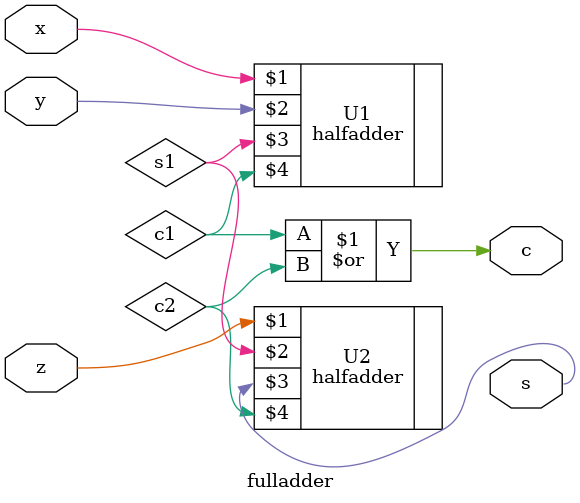
<source format=v>
`timescale 1ns / 1ps


module fulladder(x, y, z, s, c);

input x,y,z;
output s,c;

wire s1,c1,c2;

halfadder U1(x,y,s1,c1);
halfadder U2(z,s1,s,c2);

assign c=c1|c2;

endmodule

</source>
